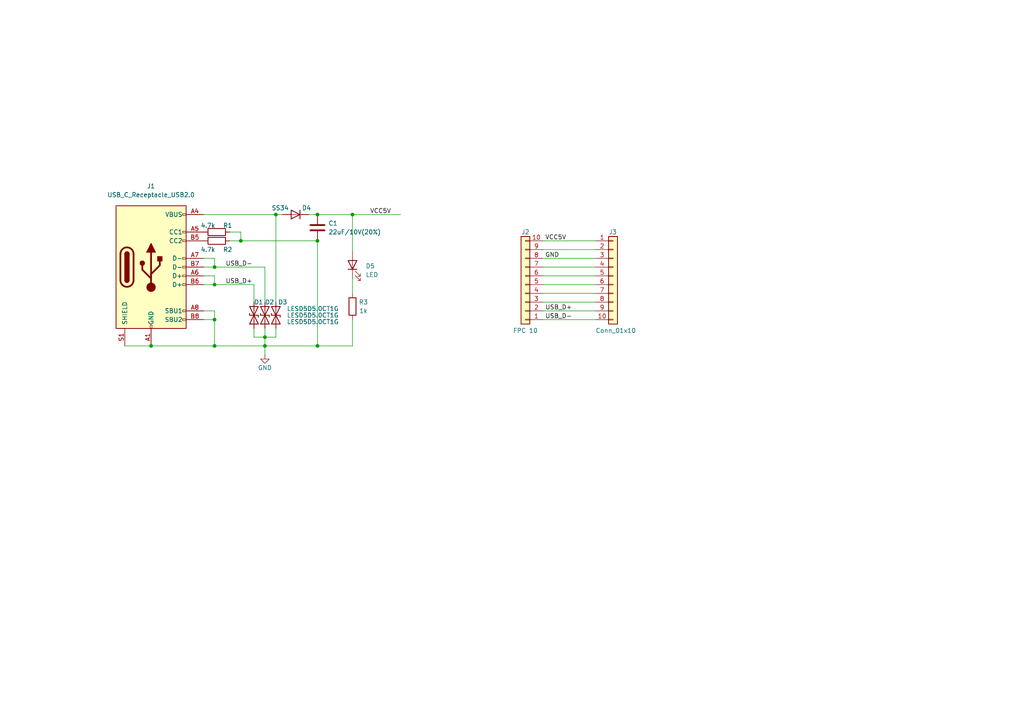
<source format=kicad_sch>
(kicad_sch (version 20211123) (generator eeschema)
  (paper "A4")
  (lib_symbols
    (symbol "Connector:USB_C_Receptacle_USB2.0" (pin_names (offset 1.016))
      (property "Reference" "J" (at -10.16 19.05 0))
      (property "Value" "USB_C_Receptacle_USB2.0" (at 19.05 19.05 0))
      (symbol "USB_C_Receptacle_USB2.0_0_0"
        (rectangle (start -0.254 -17.78) (end 0.254 -16.764))
        (rectangle (start 10.16 -14.986) (end 9.144 -15.494))
        (rectangle (start 10.16 -12.446) (end 9.144 -12.954))
        (rectangle (start 10.16 -4.826) (end 9.144 -5.334))
        (rectangle (start 10.16 -2.286) (end 9.144 -2.794))
        (rectangle (start 10.16 0.254) (end 9.144 -0.254))
        (rectangle (start 10.16 2.794) (end 9.144 2.286))
        (rectangle (start 10.16 7.874) (end 9.144 7.366))
        (rectangle (start 10.16 10.414) (end 9.144 9.906))
        (rectangle (start 10.16 15.494) (end 9.144 14.986))
      )
      (symbol "USB_C_Receptacle_USB2.0_0_1"
        (rectangle (start -10.16 17.78) (end 10.16 -17.78) (stroke (width 0.254)) (fill (type background)))
        (arc (start -8.89 -3.81) (mid -6.985 -5.715) (end -5.08 -3.81) (stroke (width 0.508)))
        (arc (start -7.62 -3.81) (mid -6.985 -4.445) (end -6.35 -3.81) (stroke (width 0.254)))
        (arc (start -7.62 -3.81) (mid -6.985 -4.445) (end -6.35 -3.81) (stroke (width 0.254)) (fill (type outline)))
        (rectangle (start -7.62 -3.81) (end -6.35 3.81) (stroke (width 0.254)) (fill (type outline)))
        (arc (start -6.35 3.81) (mid -6.985 4.445) (end -7.62 3.81) (stroke (width 0.254)))
        (arc (start -6.35 3.81) (mid -6.985 4.445) (end -7.62 3.81) (stroke (width 0.254)) (fill (type outline)))
        (arc (start -5.08 3.81) (mid -6.985 5.715) (end -8.89 3.81) (stroke (width 0.508)))
        (circle (center -2.54 1.143) (radius 0.635) (stroke (width 0.254)) (fill (type outline)))
        (circle (center 0 -5.842) (radius 1.27) (fill (type outline)))
        (polyline (pts (xy -8.89 -3.81) (xy -8.89 3.81)) (stroke (width 0.508)))
        (polyline (pts (xy -5.08 3.81) (xy -5.08 -3.81)) (stroke (width 0.508)))
        (polyline (pts (xy 0 -5.842) (xy 0 4.318)) (stroke (width 0.508)))
        (polyline (pts (xy 0 -3.302) (xy -2.54 -0.762) (xy -2.54 0.508)) (stroke (width 0.508)))
        (polyline (pts (xy 0 -2.032) (xy 2.54 0.508) (xy 2.54 1.778)) (stroke (width 0.508)))
        (polyline (pts (xy -1.27 4.318) (xy 0 6.858) (xy 1.27 4.318) (xy -1.27 4.318)) (stroke (width 0.254)) (fill (type outline)))
        (rectangle (start 1.905 1.778) (end 3.175 3.048) (stroke (width 0.254)) (fill (type outline)))
      )
      (symbol "USB_C_Receptacle_USB2.0_1_1"
        (pin passive line (at 0 -22.86 90) (length 5.08) (name "GND") (number "A1"))
        (pin passive line (at 0 -22.86 90) (length 5.08) hide (name "GND") (number "A12"))
        (pin passive line (at 15.24 15.24 180) (length 5.08) (name "VBUS") (number "A4"))
        (pin bidirectional line (at 15.24 10.16 180) (length 5.08) (name "CC1") (number "A5"))
        (pin bidirectional line (at 15.24 -2.54 180) (length 5.08) (name "D+") (number "A6"))
        (pin bidirectional line (at 15.24 2.54 180) (length 5.08) (name "D-") (number "A7"))
        (pin bidirectional line (at 15.24 -12.7 180) (length 5.08) (name "SBU1") (number "A8"))
        (pin passive line (at 15.24 15.24 180) (length 5.08) hide (name "VBUS") (number "A9"))
        (pin passive line (at 0 -22.86 90) (length 5.08) hide (name "GND") (number "B1"))
        (pin passive line (at 0 -22.86 90) (length 5.08) hide (name "GND") (number "B12"))
        (pin passive line (at 15.24 15.24 180) (length 5.08) hide (name "VBUS") (number "B4"))
        (pin bidirectional line (at 15.24 7.62 180) (length 5.08) (name "CC2") (number "B5"))
        (pin bidirectional line (at 15.24 -5.08 180) (length 5.08) (name "D+") (number "B6"))
        (pin bidirectional line (at 15.24 0 180) (length 5.08) (name "D-") (number "B7"))
        (pin bidirectional line (at 15.24 -15.24 180) (length 5.08) (name "SBU2") (number "B8"))
        (pin passive line (at 15.24 15.24 180) (length 5.08) hide (name "VBUS") (number "B9"))
        (pin passive line (at -7.62 -22.86 90) (length 5.08) (name "SHIELD") (number "S1"))
      )
    )
    (symbol "Connector_Generic:Conn_01x10" (pin_names (offset 1.016) hide)
      (property "Reference" "J" (at 0 12.7 0))
      (property "Value" "Conn_01x10" (at 0 -15.24 0))
      (symbol "Conn_01x10_1_1"
        (rectangle (start -1.27 -12.573) (end 0 -12.827) (stroke (width 0.1524)))
        (rectangle (start -1.27 -10.033) (end 0 -10.287) (stroke (width 0.1524)))
        (rectangle (start -1.27 -7.493) (end 0 -7.747) (stroke (width 0.1524)))
        (rectangle (start -1.27 -4.953) (end 0 -5.207) (stroke (width 0.1524)))
        (rectangle (start -1.27 -2.413) (end 0 -2.667) (stroke (width 0.1524)))
        (rectangle (start -1.27 0.127) (end 0 -0.127) (stroke (width 0.1524)))
        (rectangle (start -1.27 2.667) (end 0 2.413) (stroke (width 0.1524)))
        (rectangle (start -1.27 5.207) (end 0 4.953) (stroke (width 0.1524)))
        (rectangle (start -1.27 7.747) (end 0 7.493) (stroke (width 0.1524)))
        (rectangle (start -1.27 10.287) (end 0 10.033) (stroke (width 0.1524)))
        (rectangle (start -1.27 11.43) (end 1.27 -13.97) (stroke (width 0.254)) (fill (type background)))
        (pin passive line (at -5.08 10.16 0) (length 3.81) (name "Pin_1") (number "1"))
        (pin passive line (at -5.08 -12.7 0) (length 3.81) (name "Pin_10") (number "10"))
        (pin passive line (at -5.08 7.62 0) (length 3.81) (name "Pin_2") (number "2"))
        (pin passive line (at -5.08 5.08 0) (length 3.81) (name "Pin_3") (number "3"))
        (pin passive line (at -5.08 2.54 0) (length 3.81) (name "Pin_4") (number "4"))
        (pin passive line (at -5.08 0 0) (length 3.81) (name "Pin_5") (number "5"))
        (pin passive line (at -5.08 -2.54 0) (length 3.81) (name "Pin_6") (number "6"))
        (pin passive line (at -5.08 -5.08 0) (length 3.81) (name "Pin_7") (number "7"))
        (pin passive line (at -5.08 -7.62 0) (length 3.81) (name "Pin_8") (number "8"))
        (pin passive line (at -5.08 -10.16 0) (length 3.81) (name "Pin_9") (number "9"))
      )
    )
    (symbol "Device:C" (pin_numbers hide) (pin_names (offset 0.254))
      (property "Reference" "C" (at 0.635 2.54 0))
      (property "Value" "C" (at 0.635 -2.54 0))
      (symbol "C_0_1"
        (polyline (pts (xy -2.032 -0.762) (xy 2.032 -0.762)) (stroke (width 0.508)))
        (polyline (pts (xy -2.032 0.762) (xy 2.032 0.762)) (stroke (width 0.508)))
      )
      (symbol "C_1_1"
        (pin passive line (at 0 3.81 270) (length 2.794) (name "~") (number "1"))
        (pin passive line (at 0 -3.81 90) (length 2.794) (name "~") (number "2"))
      )
    )
    (symbol "Device:D" (pin_numbers hide) (pin_names (offset 1.016) hide)
      (property "Reference" "D" (at 0 2.54 0))
      (property "Value" "D" (at 0 -2.54 0))
      (symbol "D_0_1"
        (polyline (pts (xy -1.27 1.27) (xy -1.27 -1.27)) (stroke (width 0.254)))
        (polyline (pts (xy 1.27 0) (xy -1.27 0)))
        (polyline (pts (xy 1.27 1.27) (xy 1.27 -1.27) (xy -1.27 0) (xy 1.27 1.27)) (stroke (width 0.254)))
      )
      (symbol "D_1_1"
        (pin passive line (at -3.81 0 0) (length 2.54) (name "K") (number "1"))
        (pin passive line (at 3.81 0 180) (length 2.54) (name "A") (number "2"))
      )
    )
    (symbol "Device:D_TVS" (pin_numbers hide) (pin_names (offset 1.016) hide)
      (property "Reference" "D" (at 0 2.54 0))
      (property "Value" "D_TVS" (at 0 -2.54 0))
      (symbol "D_TVS_0_1"
        (polyline (pts (xy 1.27 0) (xy -1.27 0)))
        (polyline (pts (xy 0.508 1.27) (xy 0 1.27) (xy 0 -1.27) (xy -0.508 -1.27)) (stroke (width 0.254)))
        (polyline (pts (xy -2.54 1.27) (xy -2.54 -1.27) (xy 2.54 1.27) (xy 2.54 -1.27) (xy -2.54 1.27)) (stroke (width 0.254)))
      )
      (symbol "D_TVS_1_1"
        (pin passive line (at -3.81 0 0) (length 2.54) (name "A1") (number "1"))
        (pin passive line (at 3.81 0 180) (length 2.54) (name "A2") (number "2"))
      )
    )
    (symbol "Device:LED" (pin_numbers hide) (pin_names (offset 1.016) hide)
      (property "Reference" "D" (at 0 2.54 0))
      (property "Value" "LED" (at 0 -2.54 0))
      (symbol "LED_0_1"
        (polyline (pts (xy -1.27 -1.27) (xy -1.27 1.27)) (stroke (width 0.254)))
        (polyline (pts (xy -1.27 0) (xy 1.27 0)))
        (polyline (pts (xy 1.27 -1.27) (xy 1.27 1.27) (xy -1.27 0) (xy 1.27 -1.27)) (stroke (width 0.254)))
        (polyline (pts (xy -3.048 -0.762) (xy -4.572 -2.286) (xy -3.81 -2.286) (xy -4.572 -2.286) (xy -4.572 -1.524)))
        (polyline (pts (xy -1.778 -0.762) (xy -3.302 -2.286) (xy -2.54 -2.286) (xy -3.302 -2.286) (xy -3.302 -1.524)))
      )
      (symbol "LED_1_1"
        (pin passive line (at -3.81 0 0) (length 2.54) (name "K") (number "1"))
        (pin passive line (at 3.81 0 180) (length 2.54) (name "A") (number "2"))
      )
    )
    (symbol "Device:R" (pin_numbers hide) (pin_names (offset 0))
      (property "Reference" "R" (at 2.032 0 90))
      (property "Value" "R" (at 0 0 90))
      (symbol "R_0_1"
        (rectangle (start -1.016 -2.54) (end 1.016 2.54) (stroke (width 0.254)))
      )
      (symbol "R_1_1"
        (pin passive line (at 0 3.81 270) (length 1.27) (name "~") (number "1"))
        (pin passive line (at 0 -3.81 90) (length 1.27) (name "~") (number "2"))
      )
    )
    (symbol "power:GND" (power) (pin_names (offset 0))
      (property "Value" "GND" (at 0 -3.81 0))
      (symbol "GND_0_1"
        (polyline (pts (xy 0 0) (xy 0 -1.27) (xy 1.27 -1.27) (xy 0 -2.54) (xy -1.27 -1.27) (xy 0 -1.27)))
      )
      (symbol "GND_1_1"
        (pin power_in line (at 0 0 270) (length 0) hide (name "GND") (number "1"))
      )
    )
  )
  (junction (at 62.23 92.71))
  (junction (at 43.815 100.33))
  (junction (at 62.23 82.55))
  (junction (at 76.835 100.33))
  (junction (at 92.075 100.33))
  (junction (at 80.01 62.23))
  (junction (at 76.835 97.79))
  (junction (at 62.23 77.47))
  (junction (at 62.23 100.33))
  (junction (at 69.85 69.85))
  (junction (at 92.075 69.85))
  (junction (at 92.075 62.23))
  (junction (at 102.235 62.23))
  (wire (pts (xy 69.85 67.31) (xy 66.675 67.31)))
  (wire (pts (xy 62.23 74.93) (xy 59.055 74.93)))
  (wire (pts (xy 73.66 95.25) (xy 73.66 97.79)))
  (wire (pts (xy 157.48 90.17) (xy 172.72 90.17)))
  (wire (pts (xy 81.915 62.23) (xy 80.01 62.23)))
  (wire (pts (xy 62.23 74.93) (xy 62.23 77.47)))
  (wire (pts (xy 102.235 100.33) (xy 102.235 92.71)))
  (wire (pts (xy 76.835 95.25) (xy 76.835 97.79)))
  (wire (pts (xy 59.055 62.23) (xy 80.01 62.23)))
  (wire (pts (xy 62.23 80.01) (xy 59.055 80.01)))
  (wire (pts (xy 62.23 82.55) (xy 59.055 82.55)))
  (wire (pts (xy 157.48 72.39) (xy 172.72 72.39)))
  (wire (pts (xy 80.01 62.23) (xy 80.01 87.63)))
  (wire (pts (xy 43.815 100.33) (xy 62.23 100.33)))
  (wire (pts (xy 76.835 100.33) (xy 76.835 102.87)))
  (wire (pts (xy 62.23 90.17) (xy 59.055 90.17)))
  (wire (pts (xy 62.23 82.55) (xy 73.66 82.55)))
  (wire (pts (xy 73.66 82.55) (xy 73.66 87.63)))
  (wire (pts (xy 92.075 62.23) (xy 102.235 62.23)))
  (wire (pts (xy 62.23 90.17) (xy 62.23 92.71)))
  (wire (pts (xy 62.23 80.01) (xy 62.23 82.55)))
  (wire (pts (xy 89.535 62.23) (xy 92.075 62.23)))
  (wire (pts (xy 76.835 97.79) (xy 76.835 100.33)))
  (wire (pts (xy 76.835 100.33) (xy 92.075 100.33)))
  (wire (pts (xy 157.48 77.47) (xy 172.72 77.47)))
  (wire (pts (xy 102.235 73.025) (xy 102.235 62.23)))
  (wire (pts (xy 157.48 82.55) (xy 172.72 82.55)))
  (wire (pts (xy 80.01 97.79) (xy 76.835 97.79)))
  (wire (pts (xy 73.66 97.79) (xy 76.835 97.79)))
  (wire (pts (xy 92.075 100.33) (xy 102.235 100.33)))
  (wire (pts (xy 62.23 100.33) (xy 76.835 100.33)))
  (wire (pts (xy 69.85 69.85) (xy 92.075 69.85)))
  (wire (pts (xy 80.01 95.25) (xy 80.01 97.79)))
  (wire (pts (xy 157.48 92.71) (xy 172.72 92.71)))
  (wire (pts (xy 62.23 92.71) (xy 62.23 100.33)))
  (wire (pts (xy 62.23 77.47) (xy 59.055 77.47)))
  (wire (pts (xy 157.48 74.93) (xy 172.72 74.93)))
  (wire (pts (xy 157.48 69.85) (xy 172.72 69.85)))
  (wire (pts (xy 36.195 100.33) (xy 43.815 100.33)))
  (wire (pts (xy 69.85 69.85) (xy 66.675 69.85)))
  (wire (pts (xy 157.48 80.01) (xy 172.72 80.01)))
  (wire (pts (xy 157.48 85.09) (xy 172.72 85.09)))
  (wire (pts (xy 62.23 92.71) (xy 59.055 92.71)))
  (wire (pts (xy 92.075 100.33) (xy 92.075 69.85)))
  (wire (pts (xy 102.235 62.23) (xy 116.205 62.23)))
  (wire (pts (xy 62.23 77.47) (xy 76.835 77.47)))
  (wire (pts (xy 76.835 77.47) (xy 76.835 87.63)))
  (wire (pts (xy 157.48 87.63) (xy 172.72 87.63)))
  (wire (pts (xy 102.235 80.645) (xy 102.235 85.09)))
  (wire (pts (xy 69.85 67.31) (xy 69.85 69.85)))
  (label "USB_D+" (at 65.405 82.55 0))
  (label "VCC5V" (at 107.315 62.23 0))
  (label "VCC5V" (at 158.115 69.85 0))
  (label "USB_D+" (at 158.115 90.17 0))
  (label "USB_D-" (at 65.405 77.47 0))
  (label "USB_D-" (at 158.115 92.71 0))
  (label "GND" (at 158.115 74.93 0))
  (symbol (lib_id "Device:R") (at 62.865 67.31 90) (unit 1)
    (property "Reference" "R1" (at 66.04 65.405 90))
    (property "Value" "4.7k" (at 60.325 65.405 90))
    (property "Footprint" "Resistor_SMD:R_0603_1608Metric" (effects hide))
  )
  (symbol (lib_id "Device:LED") (at 102.235 76.835 90) (unit 1)
    (property "Reference" "D5" (at 106.045 77.1524 90) (effects (justify right)))
    (property "Value" "LED" (at 106.045 79.6924 90) (effects (justify right)))
    (property "Footprint" "LED_SMD:LED_0603_1608Metric" (effects hide))
  )
  (symbol (lib_id "Device:R") (at 62.865 69.85 90) (unit 1)
    (property "Reference" "R2" (at 66.04 72.39 90))
    (property "Value" "4.7k" (at 60.325 72.39 90))
    (property "Footprint" "Resistor_SMD:R_0603_1608Metric" (effects hide))
  )
  (symbol (lib_id "power:GND") (at 76.835 102.87 0) (unit 1)
    (property "Reference" "#PWR01" (effects hide))
    (property "Value" "GND" (at 76.835 106.68 0))
  )
  (symbol (lib_id "Device:D_TVS") (at 80.01 91.44 90) (unit 1)
    (property "Reference" "D3" (at 80.645 87.63 90) (effects (justify right)))
    (property "Value" "LESD5D5.0CT1G" (at 83.185 93.345 90) (effects (justify right)))
    (property "Footprint" "Diode_SMD:D_SOD-523" (effects hide))
  )
  (symbol (lib_id "Device:C") (at 92.075 66.04 0) (unit 1)
    (property "Reference" "C1" (at 95.25 64.77 0) (effects (justify left)))
    (property "Value" "22uF/10V(20%)" (at 95.25 67.31 0) (effects (justify left)))
    (property "Footprint" "Capacitor_SMD:C_0603_1608Metric" (effects hide))
  )
  (symbol (lib_id "Device:R") (at 102.235 88.9 180) (unit 1)
    (property "Reference" "R3" (at 105.41 87.63 0))
    (property "Value" "1k" (at 105.41 90.17 0))
    (property "Footprint" "Resistor_SMD:R_0603_1608Metric" (effects hide))
  )
  (symbol (lib_id "Device:D_TVS") (at 76.835 91.44 90) (unit 1)
    (property "Reference" "D2" (at 76.835 87.63 90) (effects (justify right)))
    (property "Value" "LESD5D5.0CT1G" (at 83.185 91.44 90) (effects (justify right)))
    (property "Footprint" "Diode_SMD:D_SOD-523" (effects hide))
  )
  (symbol (lib_id "Connector:USB_C_Receptacle_USB2.0") (at 43.815 77.47 0) (unit 1)
    (property "Reference" "J1" (at 43.815 53.975 0))
    (property "Value" "USB_C_Receptacle_USB2.0" (at 43.815 56.515 0))
    (property "Footprint" "Connector_USB:USB_C_Receptacle_HRO_TYPE-C-31-M-12" (effects hide))
    (property "Datasheet" "https://www.usb.org/sites/default/files/documents/usb_type-c.zip" (effects hide))
  )
  (symbol (lib_id "Device:D") (at 85.725 62.23 180) (unit 1)
    (property "Reference" "D4" (at 88.9 60.325 0))
    (property "Value" "SS34" (at 81.28 60.325 0))
    (property "Footprint" "Diode_SMD:D_SMA" (effects hide))
  )
  (symbol (lib_id "Connector_Generic:Conn_01x10") (at 152.4 82.55 180) (unit 1)
    (property "Reference" "J2" (at 152.4 67.31 0))
    (property "Value" "FPC 10" (at 152.4 95.885 0))
    (property "Footprint" "Connector_FFC-FPC:Hirose_FH12-10S-0.5SH_1x10-1MP_P0.50mm_Horizontal" (effects hide))
  )
  (symbol (lib_id "Device:D_TVS") (at 73.66 91.44 90) (unit 1)
    (property "Reference" "D1" (at 73.66 87.63 90) (effects (justify right)))
    (property "Value" "LESD5D5.0CT1G" (at 83.185 89.535 90) (effects (justify right)))
    (property "Footprint" "Diode_SMD:D_SOD-523" (effects hide))
  )
  (symbol (lib_id "Connector_Generic:Conn_01x10") (at 177.8 80.01 0) (unit 1)
    (property "Reference" "J3" (at 176.53 67.31 0) (effects (justify left)))
    (property "Value" "Conn_01x10" (at 172.72 95.885 0) (effects (justify left)))
    (property "Footprint" "Connector_PinHeader_2.54mm:PinHeader_1x10_P2.54mm_Vertical" (effects hide))
  )
)
</source>
